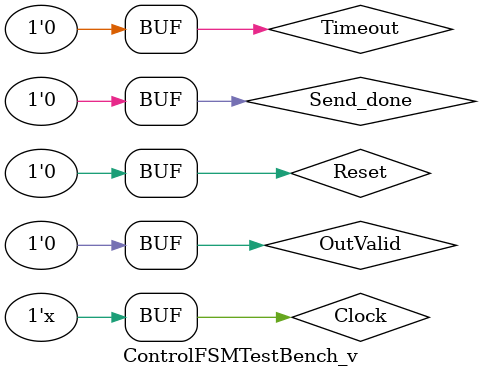
<source format=v>
`timescale		1 ns/1 ps		// Display things in ns, compute them in ps
`define HalfCycle	18.518		// Half of the clock cycle time in nanoseconds
`define Cycle		(`HalfCycle * 2)	// Didn't you learn to multiply?
`define ActiveCycles	65536			// Change this to hold the buttons down for longer!

module ControlFSMTestBench_v;

	// Inputs
	reg Clock;
	reg Reset;
	reg Timeout;
	reg OutValid;
	reg Send_done;
	
	// Outputs
	wire Rec_en;
	wire Send_en;
	wire Send_Ctrl;
	wire Rec_Status;
	wire Rec_Reset;
	
	//---------------------------------------------------------------
	//	Clock Source
	//		This section will generate a clock signal,
	//		turning it on and off according the HalfCycle
	//		time, in this case it will generate a 27MHz clock
	//		THIS COULD NEVER BE SYNTHESIZED
	//---------------------------------------------------------------
	initial Clock =		1'b0;		// We need to start at 1'b0, otherwise clock will always be 1'bx
	always #(`HalfCycle) Clock =	~Clock;	// Every half clock cycle, invert the clock
	//---------------------------------------------------------------

	// Instantiate the Unit Under Test (UUT)
	ControlFSM uut (
		.Clock(Clock), 
		.Reset(Reset), 
		.Rec_Reset(Rec_Reset), 
		.Rec_en(Rec_en), 
		.Send_en(Send_en), 
		.Send_Ctrl(Send_Ctrl), 
		.Rec_Status(Rec_Status), 
		.Send_done(Send_done), 
		.Timeout(Timeout),
		.OutValid(OutValid)
	);

	initial begin
		// Initialize Inputs
		Reset = 1'b1;
		Send_done = 1'b0;
		Timeout = 1'b0;
		OutValid = 1'b0;

		#(`Cycle * 20);
		
		Reset = 1'b0;
		
		#(`Cycle * 4100);
		
		Send_done = 1'b1;
		
		#(`Cycle * 20);	
		//now in Rec_toss
		Send_done = 1'b0;
		Timeout = 1'b1;
		
		#(`Cycle * 20);
		//now in Send_Reset
		Send_done = 1'b1;
		Timeout = 1'b0;
		
		#(`Cycle * 20);
		//now in Rec_Toss
		Send_done = 1'b0;
		//OutValid = 1'b1;
		
		#(`Cycle * 5500);
		//now in Send_Get
		OutValid = 1'b0;
		Send_done = 1'b1;
		
		#(`Cycle * 20);
		//now in Rec
		Send_done = 1'b0;
		OutValid = 1'b1;
		
		#(`Cycle * 230);
		OutValid = 1'b0;
		

	end
      
endmodule


</source>
